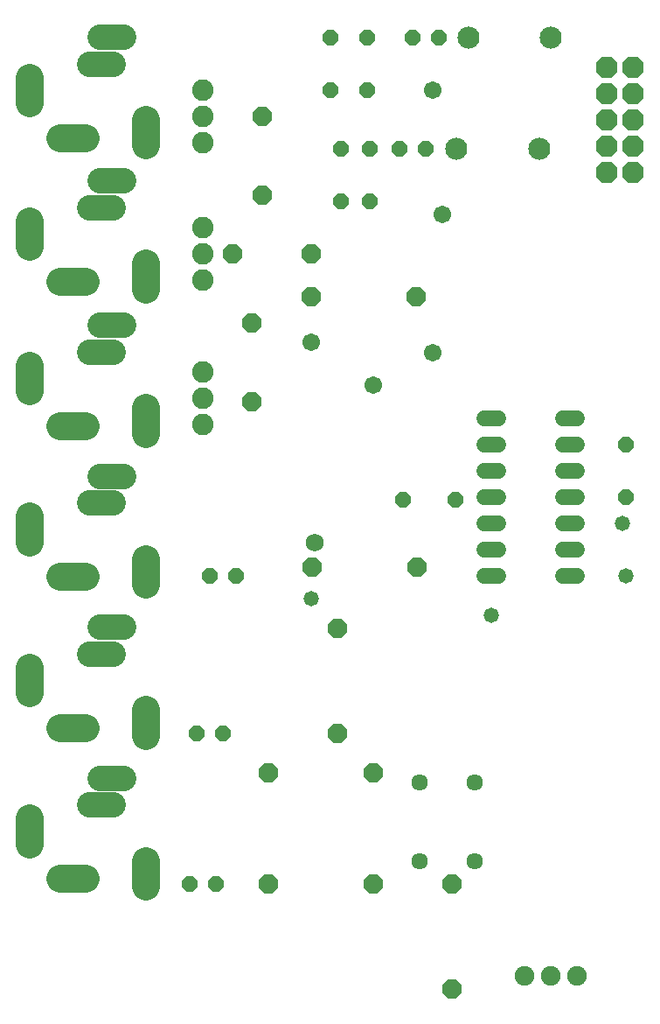
<source format=gbr>
G04 EAGLE Gerber RS-274X export*
G75*
%MOMM*%
%FSLAX34Y34*%
%LPD*%
%INSoldermask Bottom*%
%IPPOS*%
%AMOC8*
5,1,8,0,0,1.08239X$1,22.5*%
G01*
G04 Define Apertures*
%ADD10P,1.64956X8X292.5*%
%ADD11P,1.64956X8X112.5*%
%ADD12P,1.64956X8X202.5*%
%ADD13C,1.611200*%
%ADD14C,2.133600*%
%ADD15C,1.524000*%
%ADD16C,2.679700*%
%ADD17C,2.489200*%
%ADD18P,2.2544X8X292.5*%
%ADD19P,2.03446X8X292.5*%
%ADD20P,2.03446X8X22.5*%
%ADD21P,1.64956X8X22.5*%
%ADD22P,2.03446X8X112.5*%
%ADD23C,1.903200*%
%ADD24P,2.03446X8X202.5*%
%ADD25C,1.473200*%
%ADD26C,2.082800*%
%ADD27C,1.703200*%
%ADD28C,1.727200*%
D10*
X444500Y1022350D03*
X444500Y971550D03*
D11*
X447675Y863600D03*
X447675Y914400D03*
D10*
X409575Y1022350D03*
X409575Y971550D03*
D11*
X419100Y863600D03*
X419100Y914400D03*
D12*
X530225Y574675D03*
X479425Y574675D03*
D10*
X695325Y628650D03*
X695325Y577850D03*
D13*
X495300Y301625D03*
X495300Y225425D03*
X549275Y225425D03*
X549275Y301625D03*
D14*
X622862Y1022350D03*
X542862Y1022350D03*
X531500Y914400D03*
X611500Y914400D03*
D15*
X571754Y654050D02*
X558546Y654050D01*
X558546Y628650D02*
X571754Y628650D01*
X571754Y501650D02*
X558546Y501650D01*
X634746Y501650D02*
X647954Y501650D01*
X571754Y603250D02*
X558546Y603250D01*
X558546Y577850D02*
X571754Y577850D01*
X571754Y527050D02*
X558546Y527050D01*
X558546Y552450D02*
X571754Y552450D01*
X634746Y527050D02*
X647954Y527050D01*
X647954Y552450D02*
X634746Y552450D01*
X634746Y577850D02*
X647954Y577850D01*
X647954Y603250D02*
X634746Y603250D01*
X634746Y628650D02*
X647954Y628650D01*
X647954Y654050D02*
X634746Y654050D01*
D16*
X117793Y958479D02*
X117793Y983244D01*
D17*
X175360Y996861D02*
X198220Y996861D01*
D16*
X230788Y942242D02*
X230788Y917477D01*
X172173Y924862D02*
X147408Y924862D01*
D17*
X185360Y1022860D02*
X208220Y1022860D01*
D18*
X676582Y993468D03*
X701982Y993468D03*
X676582Y968068D03*
X701982Y968068D03*
X676582Y942668D03*
X701982Y942668D03*
X676582Y917268D03*
X701982Y917268D03*
X676582Y891868D03*
X701982Y891868D03*
D16*
X117793Y844233D02*
X117793Y819468D01*
D17*
X175360Y857850D02*
X198220Y857850D01*
D16*
X230788Y803231D02*
X230788Y778466D01*
X172173Y785851D02*
X147408Y785851D01*
D17*
X185360Y883849D02*
X208220Y883849D01*
D16*
X117793Y704533D02*
X117793Y679768D01*
D17*
X175360Y718150D02*
X198220Y718150D01*
D16*
X230788Y663531D02*
X230788Y638766D01*
X172173Y646151D02*
X147408Y646151D01*
D17*
X185360Y744149D02*
X208220Y744149D01*
D16*
X117793Y558483D02*
X117793Y533718D01*
D17*
X175360Y572100D02*
X198220Y572100D01*
D16*
X230788Y517481D02*
X230788Y492716D01*
X172173Y500101D02*
X147408Y500101D01*
D17*
X185360Y598099D02*
X208220Y598099D01*
D16*
X117793Y412433D02*
X117793Y387668D01*
D17*
X175360Y426050D02*
X198220Y426050D01*
D16*
X230788Y371431D02*
X230788Y346666D01*
X172173Y354051D02*
X147408Y354051D01*
D17*
X185360Y452049D02*
X208220Y452049D01*
D16*
X117793Y266383D02*
X117793Y241618D01*
D17*
X175360Y280000D02*
X198220Y280000D01*
D16*
X230788Y225381D02*
X230788Y200616D01*
X172173Y208001D02*
X147408Y208001D01*
D17*
X185360Y305999D02*
X208220Y305999D01*
D19*
X342900Y946150D03*
X342900Y869950D03*
D20*
X349250Y203200D03*
X450850Y203200D03*
D19*
X527050Y203200D03*
X527050Y101600D03*
D21*
X273050Y203200D03*
X298450Y203200D03*
D20*
X314325Y812800D03*
X390525Y812800D03*
D22*
X333375Y669925D03*
X333375Y746125D03*
D12*
X514350Y1022350D03*
X488950Y1022350D03*
X501650Y914400D03*
X476250Y914400D03*
D23*
X647700Y114300D03*
X622300Y114300D03*
X596900Y114300D03*
D24*
X492125Y771525D03*
X390525Y771525D03*
X492748Y509651D03*
X391148Y509651D03*
D22*
X415925Y349250D03*
X415925Y450850D03*
D24*
X450850Y311150D03*
X349250Y311150D03*
D21*
X292100Y501650D03*
X317500Y501650D03*
X279400Y349250D03*
X304800Y349250D03*
D25*
X565150Y463550D03*
X390525Y479425D03*
X692150Y552450D03*
X695325Y501650D03*
D26*
X285750Y698500D03*
X285750Y673100D03*
X285750Y647700D03*
X285750Y838200D03*
X285750Y812800D03*
X285750Y787400D03*
X285750Y971550D03*
X285750Y946150D03*
X285750Y920750D03*
D27*
X508000Y717550D03*
X390525Y727075D03*
X450850Y685800D03*
D28*
X393700Y533344D03*
D27*
X508000Y971550D03*
X517525Y850900D03*
M02*

</source>
